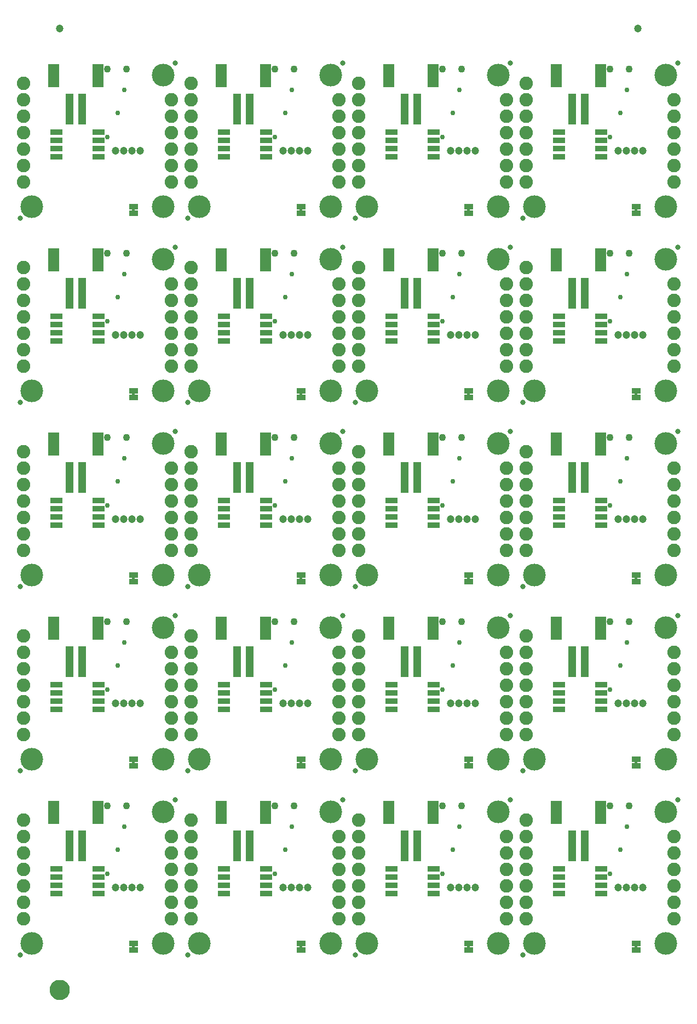
<source format=gbs>
G75*
%MOIN*%
%OFA0B0*%
%FSLAX25Y25*%
%IPPOS*%
%LPD*%
%AMOC8*
5,1,8,0,0,1.08239X$1,22.5*
%
%ADD10C,0.08200*%
%ADD11C,0.13800*%
%ADD12R,0.07500X0.03200*%
%ADD13C,0.04343*%
%ADD14C,0.03000*%
%ADD15C,0.03300*%
%ADD16C,0.04737*%
%ADD17R,0.05800X0.03300*%
%ADD18C,0.00500*%
%ADD19R,0.04737X0.18910*%
%ADD20R,0.07099X0.14186*%
%ADD21C,0.05000*%
%ADD22C,0.06706*%
D10*
X0033500Y0063750D03*
X0033500Y0073750D03*
X0033500Y0083750D03*
X0033500Y0093750D03*
X0033500Y0103750D03*
X0033500Y0113750D03*
X0033500Y0123750D03*
X0033500Y0175750D03*
X0033500Y0185750D03*
X0033500Y0195750D03*
X0033500Y0205750D03*
X0033500Y0215750D03*
X0033500Y0225750D03*
X0033500Y0235750D03*
X0033500Y0287750D03*
X0033500Y0297750D03*
X0033500Y0307750D03*
X0033500Y0317750D03*
X0033500Y0327750D03*
X0033500Y0337750D03*
X0033500Y0347750D03*
X0033500Y0399750D03*
X0033500Y0409750D03*
X0033500Y0419750D03*
X0033500Y0429750D03*
X0033500Y0439750D03*
X0033500Y0449750D03*
X0033500Y0459750D03*
X0033500Y0511750D03*
X0033500Y0521750D03*
X0033500Y0531750D03*
X0033500Y0541750D03*
X0033500Y0551750D03*
X0033500Y0561750D03*
X0033500Y0571750D03*
X0123500Y0561750D03*
X0123500Y0551750D03*
X0123500Y0541750D03*
X0123500Y0531750D03*
X0123500Y0521750D03*
X0123500Y0511750D03*
X0135500Y0511750D03*
X0135500Y0521750D03*
X0135500Y0531750D03*
X0135500Y0541750D03*
X0135500Y0551750D03*
X0135500Y0561750D03*
X0135500Y0571750D03*
X0135500Y0459750D03*
X0135500Y0449750D03*
X0135500Y0439750D03*
X0135500Y0429750D03*
X0135500Y0419750D03*
X0135500Y0409750D03*
X0135500Y0399750D03*
X0123500Y0399750D03*
X0123500Y0409750D03*
X0123500Y0419750D03*
X0123500Y0429750D03*
X0123500Y0439750D03*
X0123500Y0449750D03*
X0135500Y0347750D03*
X0135500Y0337750D03*
X0135500Y0327750D03*
X0135500Y0317750D03*
X0135500Y0307750D03*
X0135500Y0297750D03*
X0135500Y0287750D03*
X0123500Y0287750D03*
X0123500Y0297750D03*
X0123500Y0307750D03*
X0123500Y0317750D03*
X0123500Y0327750D03*
X0123500Y0337750D03*
X0135500Y0235750D03*
X0135500Y0225750D03*
X0135500Y0215750D03*
X0135500Y0205750D03*
X0135500Y0195750D03*
X0135500Y0185750D03*
X0135500Y0175750D03*
X0123500Y0175750D03*
X0123500Y0185750D03*
X0123500Y0195750D03*
X0123500Y0205750D03*
X0123500Y0215750D03*
X0123500Y0225750D03*
X0135500Y0123750D03*
X0135500Y0113750D03*
X0135500Y0103750D03*
X0135500Y0093750D03*
X0135500Y0083750D03*
X0135500Y0073750D03*
X0135500Y0063750D03*
X0123500Y0063750D03*
X0123500Y0073750D03*
X0123500Y0083750D03*
X0123500Y0093750D03*
X0123500Y0103750D03*
X0123500Y0113750D03*
X0225500Y0113750D03*
X0225500Y0103750D03*
X0225500Y0093750D03*
X0225500Y0083750D03*
X0225500Y0073750D03*
X0225500Y0063750D03*
X0237500Y0063750D03*
X0237500Y0073750D03*
X0237500Y0083750D03*
X0237500Y0093750D03*
X0237500Y0103750D03*
X0237500Y0113750D03*
X0237500Y0123750D03*
X0237500Y0175750D03*
X0237500Y0185750D03*
X0237500Y0195750D03*
X0237500Y0205750D03*
X0237500Y0215750D03*
X0237500Y0225750D03*
X0237500Y0235750D03*
X0225500Y0225750D03*
X0225500Y0215750D03*
X0225500Y0205750D03*
X0225500Y0195750D03*
X0225500Y0185750D03*
X0225500Y0175750D03*
X0225500Y0287750D03*
X0225500Y0297750D03*
X0225500Y0307750D03*
X0225500Y0317750D03*
X0225500Y0327750D03*
X0225500Y0337750D03*
X0237500Y0337750D03*
X0237500Y0327750D03*
X0237500Y0317750D03*
X0237500Y0307750D03*
X0237500Y0297750D03*
X0237500Y0287750D03*
X0237500Y0347750D03*
X0237500Y0399750D03*
X0237500Y0409750D03*
X0237500Y0419750D03*
X0237500Y0429750D03*
X0237500Y0439750D03*
X0237500Y0449750D03*
X0237500Y0459750D03*
X0225500Y0449750D03*
X0225500Y0439750D03*
X0225500Y0429750D03*
X0225500Y0419750D03*
X0225500Y0409750D03*
X0225500Y0399750D03*
X0225500Y0511750D03*
X0225500Y0521750D03*
X0225500Y0531750D03*
X0225500Y0541750D03*
X0225500Y0551750D03*
X0225500Y0561750D03*
X0237500Y0561750D03*
X0237500Y0571750D03*
X0237500Y0551750D03*
X0237500Y0541750D03*
X0237500Y0531750D03*
X0237500Y0521750D03*
X0237500Y0511750D03*
X0327500Y0511750D03*
X0327500Y0521750D03*
X0327500Y0531750D03*
X0327500Y0541750D03*
X0327500Y0551750D03*
X0327500Y0561750D03*
X0339500Y0561750D03*
X0339500Y0571750D03*
X0339500Y0551750D03*
X0339500Y0541750D03*
X0339500Y0531750D03*
X0339500Y0521750D03*
X0339500Y0511750D03*
X0339500Y0459750D03*
X0339500Y0449750D03*
X0339500Y0439750D03*
X0339500Y0429750D03*
X0339500Y0419750D03*
X0339500Y0409750D03*
X0339500Y0399750D03*
X0327500Y0399750D03*
X0327500Y0409750D03*
X0327500Y0419750D03*
X0327500Y0429750D03*
X0327500Y0439750D03*
X0327500Y0449750D03*
X0339500Y0347750D03*
X0339500Y0337750D03*
X0339500Y0327750D03*
X0339500Y0317750D03*
X0339500Y0307750D03*
X0339500Y0297750D03*
X0339500Y0287750D03*
X0327500Y0287750D03*
X0327500Y0297750D03*
X0327500Y0307750D03*
X0327500Y0317750D03*
X0327500Y0327750D03*
X0327500Y0337750D03*
X0339500Y0235750D03*
X0339500Y0225750D03*
X0339500Y0215750D03*
X0339500Y0205750D03*
X0339500Y0195750D03*
X0339500Y0185750D03*
X0339500Y0175750D03*
X0327500Y0175750D03*
X0327500Y0185750D03*
X0327500Y0195750D03*
X0327500Y0205750D03*
X0327500Y0215750D03*
X0327500Y0225750D03*
X0339500Y0123750D03*
X0339500Y0113750D03*
X0339500Y0103750D03*
X0339500Y0093750D03*
X0339500Y0083750D03*
X0339500Y0073750D03*
X0339500Y0063750D03*
X0327500Y0063750D03*
X0327500Y0073750D03*
X0327500Y0083750D03*
X0327500Y0093750D03*
X0327500Y0103750D03*
X0327500Y0113750D03*
X0429500Y0113750D03*
X0429500Y0103750D03*
X0429500Y0093750D03*
X0429500Y0083750D03*
X0429500Y0073750D03*
X0429500Y0063750D03*
X0429500Y0175750D03*
X0429500Y0185750D03*
X0429500Y0195750D03*
X0429500Y0205750D03*
X0429500Y0215750D03*
X0429500Y0225750D03*
X0429500Y0287750D03*
X0429500Y0297750D03*
X0429500Y0307750D03*
X0429500Y0317750D03*
X0429500Y0327750D03*
X0429500Y0337750D03*
X0429500Y0399750D03*
X0429500Y0409750D03*
X0429500Y0419750D03*
X0429500Y0429750D03*
X0429500Y0439750D03*
X0429500Y0449750D03*
X0429500Y0511750D03*
X0429500Y0521750D03*
X0429500Y0531750D03*
X0429500Y0541750D03*
X0429500Y0551750D03*
X0429500Y0561750D03*
D11*
X0424500Y0576750D03*
X0424500Y0496750D03*
X0424500Y0464750D03*
X0424500Y0384750D03*
X0424500Y0352750D03*
X0424500Y0272750D03*
X0424500Y0240750D03*
X0424500Y0160750D03*
X0424500Y0128750D03*
X0424500Y0048750D03*
X0344500Y0048750D03*
X0322500Y0048750D03*
X0322500Y0128750D03*
X0322500Y0160750D03*
X0344500Y0160750D03*
X0322500Y0240750D03*
X0322500Y0272750D03*
X0344500Y0272750D03*
X0322500Y0352750D03*
X0322500Y0384750D03*
X0344500Y0384750D03*
X0322500Y0464750D03*
X0322500Y0496750D03*
X0344500Y0496750D03*
X0322500Y0576750D03*
X0242500Y0496750D03*
X0220500Y0496750D03*
X0220500Y0464750D03*
X0220500Y0384750D03*
X0220500Y0352750D03*
X0242500Y0384750D03*
X0242500Y0272750D03*
X0220500Y0272750D03*
X0220500Y0240750D03*
X0220500Y0160750D03*
X0242500Y0160750D03*
X0220500Y0128750D03*
X0220500Y0048750D03*
X0242500Y0048750D03*
X0140500Y0048750D03*
X0118500Y0048750D03*
X0118500Y0128750D03*
X0118500Y0160750D03*
X0140500Y0160750D03*
X0118500Y0240750D03*
X0118500Y0272750D03*
X0140500Y0272750D03*
X0118500Y0352750D03*
X0118500Y0384750D03*
X0140500Y0384750D03*
X0118500Y0464750D03*
X0118500Y0496750D03*
X0140500Y0496750D03*
X0118500Y0576750D03*
X0038500Y0496750D03*
X0038500Y0384750D03*
X0038500Y0272750D03*
X0038500Y0160750D03*
X0038500Y0048750D03*
X0220500Y0576750D03*
D12*
X0257700Y0541950D03*
X0257700Y0536950D03*
X0257700Y0531950D03*
X0257700Y0526950D03*
X0283300Y0526950D03*
X0283300Y0531950D03*
X0283300Y0536950D03*
X0283300Y0541950D03*
X0359700Y0541950D03*
X0359700Y0536950D03*
X0359700Y0531950D03*
X0359700Y0526950D03*
X0385300Y0526950D03*
X0385300Y0531950D03*
X0385300Y0536950D03*
X0385300Y0541950D03*
X0385300Y0429950D03*
X0385300Y0424950D03*
X0385300Y0419950D03*
X0385300Y0414950D03*
X0359700Y0414950D03*
X0359700Y0419950D03*
X0359700Y0424950D03*
X0359700Y0429950D03*
X0283300Y0429950D03*
X0283300Y0424950D03*
X0283300Y0419950D03*
X0283300Y0414950D03*
X0257700Y0414950D03*
X0257700Y0419950D03*
X0257700Y0424950D03*
X0257700Y0429950D03*
X0181300Y0429950D03*
X0181300Y0424950D03*
X0181300Y0419950D03*
X0181300Y0414950D03*
X0155700Y0414950D03*
X0155700Y0419950D03*
X0155700Y0424950D03*
X0155700Y0429950D03*
X0155700Y0526950D03*
X0155700Y0531950D03*
X0155700Y0536950D03*
X0155700Y0541950D03*
X0181300Y0541950D03*
X0181300Y0536950D03*
X0181300Y0531950D03*
X0181300Y0526950D03*
X0079300Y0526950D03*
X0079300Y0531950D03*
X0079300Y0536950D03*
X0079300Y0541950D03*
X0053700Y0541950D03*
X0053700Y0536950D03*
X0053700Y0531950D03*
X0053700Y0526950D03*
X0053700Y0429950D03*
X0053700Y0424950D03*
X0053700Y0419950D03*
X0053700Y0414950D03*
X0079300Y0414950D03*
X0079300Y0419950D03*
X0079300Y0424950D03*
X0079300Y0429950D03*
X0079300Y0317950D03*
X0079300Y0312950D03*
X0079300Y0307950D03*
X0079300Y0302950D03*
X0053700Y0302950D03*
X0053700Y0307950D03*
X0053700Y0312950D03*
X0053700Y0317950D03*
X0053700Y0205950D03*
X0053700Y0200950D03*
X0053700Y0195950D03*
X0053700Y0190950D03*
X0079300Y0190950D03*
X0079300Y0195950D03*
X0079300Y0200950D03*
X0079300Y0205950D03*
X0155700Y0205950D03*
X0155700Y0200950D03*
X0155700Y0195950D03*
X0155700Y0190950D03*
X0181300Y0190950D03*
X0181300Y0195950D03*
X0181300Y0200950D03*
X0181300Y0205950D03*
X0181300Y0302950D03*
X0181300Y0307950D03*
X0181300Y0312950D03*
X0181300Y0317950D03*
X0155700Y0317950D03*
X0155700Y0312950D03*
X0155700Y0307950D03*
X0155700Y0302950D03*
X0257700Y0302950D03*
X0257700Y0307950D03*
X0257700Y0312950D03*
X0257700Y0317950D03*
X0283300Y0317950D03*
X0283300Y0312950D03*
X0283300Y0307950D03*
X0283300Y0302950D03*
X0283300Y0205950D03*
X0283300Y0200950D03*
X0283300Y0195950D03*
X0283300Y0190950D03*
X0257700Y0190950D03*
X0257700Y0195950D03*
X0257700Y0200950D03*
X0257700Y0205950D03*
X0257700Y0093950D03*
X0257700Y0088950D03*
X0257700Y0083950D03*
X0257700Y0078950D03*
X0283300Y0078950D03*
X0283300Y0083950D03*
X0283300Y0088950D03*
X0283300Y0093950D03*
X0359700Y0093950D03*
X0359700Y0088950D03*
X0359700Y0083950D03*
X0359700Y0078950D03*
X0385300Y0078950D03*
X0385300Y0083950D03*
X0385300Y0088950D03*
X0385300Y0093950D03*
X0385300Y0190950D03*
X0385300Y0195950D03*
X0385300Y0200950D03*
X0385300Y0205950D03*
X0359700Y0205950D03*
X0359700Y0200950D03*
X0359700Y0195950D03*
X0359700Y0190950D03*
X0359700Y0302950D03*
X0359700Y0307950D03*
X0359700Y0312950D03*
X0359700Y0317950D03*
X0385300Y0317950D03*
X0385300Y0312950D03*
X0385300Y0307950D03*
X0385300Y0302950D03*
X0181300Y0093950D03*
X0181300Y0088950D03*
X0181300Y0083950D03*
X0181300Y0078950D03*
X0155700Y0078950D03*
X0155700Y0083950D03*
X0155700Y0088950D03*
X0155700Y0093950D03*
X0079300Y0093950D03*
X0079300Y0088950D03*
X0079300Y0083950D03*
X0079300Y0078950D03*
X0053700Y0078950D03*
X0053700Y0083950D03*
X0053700Y0088950D03*
X0053700Y0093950D03*
D13*
X0084594Y0132150D03*
X0096406Y0132150D03*
X0096406Y0244150D03*
X0084594Y0244150D03*
X0084594Y0356150D03*
X0096406Y0356150D03*
X0096406Y0468150D03*
X0084594Y0468150D03*
X0084594Y0580150D03*
X0096406Y0580150D03*
X0186594Y0580150D03*
X0198406Y0580150D03*
X0198406Y0468150D03*
X0186594Y0468150D03*
X0186594Y0356150D03*
X0198406Y0356150D03*
X0198406Y0244150D03*
X0186594Y0244150D03*
X0186594Y0132150D03*
X0198406Y0132150D03*
X0288594Y0132150D03*
X0300406Y0132150D03*
X0300406Y0244150D03*
X0288594Y0244150D03*
X0288594Y0356150D03*
X0300406Y0356150D03*
X0300406Y0468150D03*
X0288594Y0468150D03*
X0288594Y0580150D03*
X0300406Y0580150D03*
X0390594Y0580150D03*
X0402406Y0580150D03*
X0402406Y0468150D03*
X0390594Y0468150D03*
X0390594Y0356150D03*
X0402406Y0356150D03*
X0402406Y0244150D03*
X0390594Y0244150D03*
X0390594Y0132150D03*
X0402406Y0132150D03*
D14*
X0400800Y0119450D03*
X0396800Y0105450D03*
X0390700Y0090850D03*
X0390700Y0202850D03*
X0396800Y0217450D03*
X0400800Y0231450D03*
X0390700Y0314850D03*
X0396800Y0329450D03*
X0400800Y0343450D03*
X0390700Y0426850D03*
X0396800Y0441450D03*
X0400800Y0455450D03*
X0390700Y0538850D03*
X0396800Y0553450D03*
X0400800Y0567450D03*
X0298800Y0567450D03*
X0294800Y0553450D03*
X0288700Y0538850D03*
X0298800Y0455450D03*
X0294800Y0441450D03*
X0288700Y0426850D03*
X0298800Y0343450D03*
X0294800Y0329450D03*
X0288700Y0314850D03*
X0298800Y0231450D03*
X0294800Y0217450D03*
X0288700Y0202850D03*
X0298800Y0119450D03*
X0294800Y0105450D03*
X0288700Y0090850D03*
X0196800Y0119450D03*
X0192800Y0105450D03*
X0186700Y0090850D03*
X0186700Y0202850D03*
X0192800Y0217450D03*
X0196800Y0231450D03*
X0186700Y0314850D03*
X0192800Y0329450D03*
X0196800Y0343450D03*
X0186700Y0426850D03*
X0192800Y0441450D03*
X0196800Y0455450D03*
X0186700Y0538850D03*
X0192800Y0553450D03*
X0196800Y0567450D03*
X0094800Y0567450D03*
X0090800Y0553450D03*
X0084700Y0538850D03*
X0094800Y0455450D03*
X0090800Y0441450D03*
X0084700Y0426850D03*
X0094800Y0343450D03*
X0090800Y0329450D03*
X0084700Y0314850D03*
X0094800Y0231450D03*
X0090800Y0217450D03*
X0084700Y0202850D03*
X0094800Y0119450D03*
X0090800Y0105450D03*
X0084700Y0090850D03*
D15*
X0031500Y0041750D03*
X0031500Y0153750D03*
X0031500Y0265750D03*
X0031500Y0377750D03*
X0031500Y0489750D03*
X0125800Y0472050D03*
X0133500Y0489750D03*
X0125800Y0584050D03*
X0227800Y0584050D03*
X0235500Y0489750D03*
X0227800Y0472050D03*
X0235500Y0377750D03*
X0227800Y0360050D03*
X0235500Y0265750D03*
X0227800Y0248050D03*
X0235500Y0153750D03*
X0227800Y0136050D03*
X0235500Y0041750D03*
X0329800Y0136050D03*
X0337500Y0153750D03*
X0329800Y0248050D03*
X0337500Y0265750D03*
X0329800Y0360050D03*
X0337500Y0377750D03*
X0329800Y0472050D03*
X0337500Y0489750D03*
X0329800Y0584050D03*
X0431800Y0584050D03*
X0431800Y0472050D03*
X0431800Y0360050D03*
X0431800Y0248050D03*
X0431800Y0136050D03*
X0337500Y0041750D03*
X0133500Y0041750D03*
X0125800Y0136050D03*
X0133500Y0153750D03*
X0125800Y0248050D03*
X0133500Y0265750D03*
X0125800Y0360050D03*
X0133500Y0377750D03*
D16*
X0104500Y0418750D03*
X0099500Y0418750D03*
X0094500Y0418750D03*
X0089500Y0418750D03*
X0089500Y0306750D03*
X0094500Y0306750D03*
X0099500Y0306750D03*
X0104500Y0306750D03*
X0104500Y0194750D03*
X0099500Y0194750D03*
X0094500Y0194750D03*
X0089500Y0194750D03*
X0089500Y0082750D03*
X0094500Y0082750D03*
X0099500Y0082750D03*
X0104500Y0082750D03*
X0191500Y0082750D03*
X0196500Y0082750D03*
X0201500Y0082750D03*
X0206500Y0082750D03*
X0206500Y0194750D03*
X0201500Y0194750D03*
X0196500Y0194750D03*
X0191500Y0194750D03*
X0191500Y0306750D03*
X0196500Y0306750D03*
X0201500Y0306750D03*
X0206500Y0306750D03*
X0206500Y0418750D03*
X0201500Y0418750D03*
X0196500Y0418750D03*
X0191500Y0418750D03*
X0191500Y0530750D03*
X0196500Y0530750D03*
X0201500Y0530750D03*
X0206500Y0530750D03*
X0293500Y0530750D03*
X0298500Y0530750D03*
X0303500Y0530750D03*
X0308500Y0530750D03*
X0308500Y0418750D03*
X0303500Y0418750D03*
X0298500Y0418750D03*
X0293500Y0418750D03*
X0293500Y0306750D03*
X0298500Y0306750D03*
X0303500Y0306750D03*
X0308500Y0306750D03*
X0308500Y0194750D03*
X0303500Y0194750D03*
X0298500Y0194750D03*
X0293500Y0194750D03*
X0293500Y0082750D03*
X0298500Y0082750D03*
X0303500Y0082750D03*
X0308500Y0082750D03*
X0395500Y0082750D03*
X0400500Y0082750D03*
X0405500Y0082750D03*
X0410500Y0082750D03*
X0410500Y0194750D03*
X0405500Y0194750D03*
X0400500Y0194750D03*
X0395500Y0194750D03*
X0395500Y0306750D03*
X0400500Y0306750D03*
X0405500Y0306750D03*
X0410500Y0306750D03*
X0410500Y0418750D03*
X0405500Y0418750D03*
X0400500Y0418750D03*
X0395500Y0418750D03*
X0395500Y0530750D03*
X0400500Y0530750D03*
X0405500Y0530750D03*
X0410500Y0530750D03*
X0407500Y0605000D03*
X0104500Y0530750D03*
X0099500Y0530750D03*
X0094500Y0530750D03*
X0089500Y0530750D03*
X0055500Y0605000D03*
D17*
X0100500Y0496750D03*
X0100500Y0492750D03*
X0100500Y0384750D03*
X0100500Y0380750D03*
X0100500Y0272750D03*
X0100500Y0268750D03*
X0100500Y0160750D03*
X0100500Y0156750D03*
X0100500Y0048750D03*
X0100500Y0044750D03*
X0202500Y0044750D03*
X0202500Y0048750D03*
X0202500Y0156750D03*
X0202500Y0160750D03*
X0202500Y0268750D03*
X0202500Y0272750D03*
X0202500Y0380750D03*
X0202500Y0384750D03*
X0202500Y0492750D03*
X0202500Y0496750D03*
X0304500Y0496750D03*
X0304500Y0492750D03*
X0304500Y0384750D03*
X0304500Y0380750D03*
X0304500Y0272750D03*
X0304500Y0268750D03*
X0304500Y0160750D03*
X0304500Y0156750D03*
X0304500Y0048750D03*
X0304500Y0044750D03*
X0406500Y0044750D03*
X0406500Y0048750D03*
X0406500Y0156750D03*
X0406500Y0160750D03*
X0406500Y0268750D03*
X0406500Y0272750D03*
X0406500Y0380750D03*
X0406500Y0384750D03*
X0406500Y0492750D03*
X0406500Y0496750D03*
D18*
X0406000Y0495500D02*
X0406000Y0494000D01*
X0407000Y0494000D01*
X0407000Y0495500D01*
X0406000Y0495500D01*
X0406000Y0495386D02*
X0407000Y0495386D01*
X0407000Y0494888D02*
X0406000Y0494888D01*
X0406000Y0494389D02*
X0407000Y0494389D01*
X0407000Y0383500D02*
X0406000Y0383500D01*
X0406000Y0382000D01*
X0407000Y0382000D01*
X0407000Y0383500D01*
X0407000Y0383221D02*
X0406000Y0383221D01*
X0406000Y0382723D02*
X0407000Y0382723D01*
X0407000Y0382224D02*
X0406000Y0382224D01*
X0406000Y0271500D02*
X0406000Y0270000D01*
X0407000Y0270000D01*
X0407000Y0271500D01*
X0406000Y0271500D01*
X0406000Y0271056D02*
X0407000Y0271056D01*
X0407000Y0270558D02*
X0406000Y0270558D01*
X0406000Y0270059D02*
X0407000Y0270059D01*
X0407000Y0159500D02*
X0406000Y0159500D01*
X0406000Y0158000D01*
X0407000Y0158000D01*
X0407000Y0159500D01*
X0407000Y0159390D02*
X0406000Y0159390D01*
X0406000Y0158891D02*
X0407000Y0158891D01*
X0407000Y0158393D02*
X0406000Y0158393D01*
X0406000Y0047500D02*
X0406000Y0046000D01*
X0407000Y0046000D01*
X0407000Y0047500D01*
X0406000Y0047500D01*
X0406000Y0047225D02*
X0407000Y0047225D01*
X0407000Y0046726D02*
X0406000Y0046726D01*
X0406000Y0046228D02*
X0407000Y0046228D01*
X0305000Y0046228D02*
X0304000Y0046228D01*
X0304000Y0046000D02*
X0305000Y0046000D01*
X0305000Y0047500D01*
X0304000Y0047500D01*
X0304000Y0046000D01*
X0304000Y0046726D02*
X0305000Y0046726D01*
X0305000Y0047225D02*
X0304000Y0047225D01*
X0304000Y0158000D02*
X0305000Y0158000D01*
X0305000Y0159500D01*
X0304000Y0159500D01*
X0304000Y0158000D01*
X0304000Y0158393D02*
X0305000Y0158393D01*
X0305000Y0158891D02*
X0304000Y0158891D01*
X0304000Y0159390D02*
X0305000Y0159390D01*
X0305000Y0270000D02*
X0304000Y0270000D01*
X0304000Y0271500D01*
X0305000Y0271500D01*
X0305000Y0270000D01*
X0305000Y0270059D02*
X0304000Y0270059D01*
X0304000Y0270558D02*
X0305000Y0270558D01*
X0305000Y0271056D02*
X0304000Y0271056D01*
X0304000Y0382000D02*
X0305000Y0382000D01*
X0305000Y0383500D01*
X0304000Y0383500D01*
X0304000Y0382000D01*
X0304000Y0382224D02*
X0305000Y0382224D01*
X0305000Y0382723D02*
X0304000Y0382723D01*
X0304000Y0383221D02*
X0305000Y0383221D01*
X0305000Y0494000D02*
X0304000Y0494000D01*
X0304000Y0495500D01*
X0305000Y0495500D01*
X0305000Y0494000D01*
X0305000Y0494389D02*
X0304000Y0494389D01*
X0304000Y0494888D02*
X0305000Y0494888D01*
X0305000Y0495386D02*
X0304000Y0495386D01*
X0203000Y0495386D02*
X0202000Y0495386D01*
X0202000Y0495500D02*
X0202000Y0494000D01*
X0203000Y0494000D01*
X0203000Y0495500D01*
X0202000Y0495500D01*
X0202000Y0494888D02*
X0203000Y0494888D01*
X0203000Y0494389D02*
X0202000Y0494389D01*
X0202000Y0383500D02*
X0202000Y0382000D01*
X0203000Y0382000D01*
X0203000Y0383500D01*
X0202000Y0383500D01*
X0202000Y0383221D02*
X0203000Y0383221D01*
X0203000Y0382723D02*
X0202000Y0382723D01*
X0202000Y0382224D02*
X0203000Y0382224D01*
X0203000Y0271500D02*
X0202000Y0271500D01*
X0202000Y0270000D01*
X0203000Y0270000D01*
X0203000Y0271500D01*
X0203000Y0271056D02*
X0202000Y0271056D01*
X0202000Y0270558D02*
X0203000Y0270558D01*
X0203000Y0270059D02*
X0202000Y0270059D01*
X0202000Y0159500D02*
X0202000Y0158000D01*
X0203000Y0158000D01*
X0203000Y0159500D01*
X0202000Y0159500D01*
X0202000Y0159390D02*
X0203000Y0159390D01*
X0203000Y0158891D02*
X0202000Y0158891D01*
X0202000Y0158393D02*
X0203000Y0158393D01*
X0203000Y0047500D02*
X0202000Y0047500D01*
X0202000Y0046000D01*
X0203000Y0046000D01*
X0203000Y0047500D01*
X0203000Y0047225D02*
X0202000Y0047225D01*
X0202000Y0046726D02*
X0203000Y0046726D01*
X0203000Y0046228D02*
X0202000Y0046228D01*
X0101000Y0046228D02*
X0100000Y0046228D01*
X0100000Y0046000D02*
X0101000Y0046000D01*
X0101000Y0047500D01*
X0100000Y0047500D01*
X0100000Y0046000D01*
X0100000Y0046726D02*
X0101000Y0046726D01*
X0101000Y0047225D02*
X0100000Y0047225D01*
X0100000Y0158000D02*
X0101000Y0158000D01*
X0101000Y0159500D01*
X0100000Y0159500D01*
X0100000Y0158000D01*
X0100000Y0158393D02*
X0101000Y0158393D01*
X0101000Y0158891D02*
X0100000Y0158891D01*
X0100000Y0159390D02*
X0101000Y0159390D01*
X0101000Y0270000D02*
X0100000Y0270000D01*
X0100000Y0271500D01*
X0101000Y0271500D01*
X0101000Y0270000D01*
X0101000Y0270059D02*
X0100000Y0270059D01*
X0100000Y0270558D02*
X0101000Y0270558D01*
X0101000Y0271056D02*
X0100000Y0271056D01*
X0100000Y0382000D02*
X0101000Y0382000D01*
X0101000Y0383500D01*
X0100000Y0383500D01*
X0100000Y0382000D01*
X0100000Y0382224D02*
X0101000Y0382224D01*
X0101000Y0382723D02*
X0100000Y0382723D01*
X0100000Y0383221D02*
X0101000Y0383221D01*
X0101000Y0494000D02*
X0100000Y0494000D01*
X0100000Y0495500D01*
X0101000Y0495500D01*
X0101000Y0494000D01*
X0101000Y0494389D02*
X0100000Y0494389D01*
X0100000Y0494888D02*
X0101000Y0494888D01*
X0101000Y0495386D02*
X0100000Y0495386D01*
D19*
X0069437Y0443883D03*
X0061563Y0443883D03*
X0061563Y0331883D03*
X0069437Y0331883D03*
X0069437Y0219883D03*
X0061563Y0219883D03*
X0061563Y0107883D03*
X0069437Y0107883D03*
X0163563Y0107883D03*
X0171437Y0107883D03*
X0171437Y0219883D03*
X0163563Y0219883D03*
X0163563Y0331883D03*
X0171437Y0331883D03*
X0171437Y0443883D03*
X0163563Y0443883D03*
X0163563Y0555883D03*
X0171437Y0555883D03*
X0265563Y0555883D03*
X0273437Y0555883D03*
X0273437Y0443883D03*
X0265563Y0443883D03*
X0265563Y0331883D03*
X0273437Y0331883D03*
X0273437Y0219883D03*
X0265563Y0219883D03*
X0265563Y0107883D03*
X0273437Y0107883D03*
X0367563Y0107883D03*
X0375437Y0107883D03*
X0375437Y0219883D03*
X0367563Y0219883D03*
X0367563Y0331883D03*
X0375437Y0331883D03*
X0375437Y0443883D03*
X0367563Y0443883D03*
X0367563Y0555883D03*
X0375437Y0555883D03*
X0069437Y0555883D03*
X0061563Y0555883D03*
D20*
X0052114Y0576356D03*
X0078886Y0576356D03*
X0154114Y0576356D03*
X0180886Y0576356D03*
X0256114Y0576356D03*
X0282886Y0576356D03*
X0358114Y0576356D03*
X0384886Y0576356D03*
X0384886Y0464356D03*
X0358114Y0464356D03*
X0282886Y0464356D03*
X0256114Y0464356D03*
X0180886Y0464356D03*
X0154114Y0464356D03*
X0078886Y0464356D03*
X0052114Y0464356D03*
X0052114Y0352356D03*
X0078886Y0352356D03*
X0154114Y0352356D03*
X0180886Y0352356D03*
X0256114Y0352356D03*
X0282886Y0352356D03*
X0358114Y0352356D03*
X0384886Y0352356D03*
X0384886Y0240356D03*
X0358114Y0240356D03*
X0282886Y0240356D03*
X0256114Y0240356D03*
X0180886Y0240356D03*
X0154114Y0240356D03*
X0078886Y0240356D03*
X0052114Y0240356D03*
X0052114Y0128356D03*
X0078886Y0128356D03*
X0154114Y0128356D03*
X0180886Y0128356D03*
X0256114Y0128356D03*
X0282886Y0128356D03*
X0358114Y0128356D03*
X0384886Y0128356D03*
D21*
X0051935Y0020500D02*
X0051937Y0020619D01*
X0051943Y0020738D01*
X0051953Y0020857D01*
X0051967Y0020975D01*
X0051985Y0021093D01*
X0052006Y0021210D01*
X0052032Y0021326D01*
X0052062Y0021442D01*
X0052095Y0021556D01*
X0052132Y0021669D01*
X0052173Y0021781D01*
X0052218Y0021892D01*
X0052266Y0022001D01*
X0052318Y0022108D01*
X0052374Y0022213D01*
X0052433Y0022317D01*
X0052495Y0022418D01*
X0052561Y0022518D01*
X0052630Y0022615D01*
X0052702Y0022709D01*
X0052778Y0022802D01*
X0052856Y0022891D01*
X0052937Y0022978D01*
X0053022Y0023063D01*
X0053109Y0023144D01*
X0053198Y0023222D01*
X0053291Y0023298D01*
X0053385Y0023370D01*
X0053482Y0023439D01*
X0053582Y0023505D01*
X0053683Y0023567D01*
X0053787Y0023626D01*
X0053892Y0023682D01*
X0053999Y0023734D01*
X0054108Y0023782D01*
X0054219Y0023827D01*
X0054331Y0023868D01*
X0054444Y0023905D01*
X0054558Y0023938D01*
X0054674Y0023968D01*
X0054790Y0023994D01*
X0054907Y0024015D01*
X0055025Y0024033D01*
X0055143Y0024047D01*
X0055262Y0024057D01*
X0055381Y0024063D01*
X0055500Y0024065D01*
X0055619Y0024063D01*
X0055738Y0024057D01*
X0055857Y0024047D01*
X0055975Y0024033D01*
X0056093Y0024015D01*
X0056210Y0023994D01*
X0056326Y0023968D01*
X0056442Y0023938D01*
X0056556Y0023905D01*
X0056669Y0023868D01*
X0056781Y0023827D01*
X0056892Y0023782D01*
X0057001Y0023734D01*
X0057108Y0023682D01*
X0057213Y0023626D01*
X0057317Y0023567D01*
X0057418Y0023505D01*
X0057518Y0023439D01*
X0057615Y0023370D01*
X0057709Y0023298D01*
X0057802Y0023222D01*
X0057891Y0023144D01*
X0057978Y0023063D01*
X0058063Y0022978D01*
X0058144Y0022891D01*
X0058222Y0022802D01*
X0058298Y0022709D01*
X0058370Y0022615D01*
X0058439Y0022518D01*
X0058505Y0022418D01*
X0058567Y0022317D01*
X0058626Y0022213D01*
X0058682Y0022108D01*
X0058734Y0022001D01*
X0058782Y0021892D01*
X0058827Y0021781D01*
X0058868Y0021669D01*
X0058905Y0021556D01*
X0058938Y0021442D01*
X0058968Y0021326D01*
X0058994Y0021210D01*
X0059015Y0021093D01*
X0059033Y0020975D01*
X0059047Y0020857D01*
X0059057Y0020738D01*
X0059063Y0020619D01*
X0059065Y0020500D01*
X0059063Y0020381D01*
X0059057Y0020262D01*
X0059047Y0020143D01*
X0059033Y0020025D01*
X0059015Y0019907D01*
X0058994Y0019790D01*
X0058968Y0019674D01*
X0058938Y0019558D01*
X0058905Y0019444D01*
X0058868Y0019331D01*
X0058827Y0019219D01*
X0058782Y0019108D01*
X0058734Y0018999D01*
X0058682Y0018892D01*
X0058626Y0018787D01*
X0058567Y0018683D01*
X0058505Y0018582D01*
X0058439Y0018482D01*
X0058370Y0018385D01*
X0058298Y0018291D01*
X0058222Y0018198D01*
X0058144Y0018109D01*
X0058063Y0018022D01*
X0057978Y0017937D01*
X0057891Y0017856D01*
X0057802Y0017778D01*
X0057709Y0017702D01*
X0057615Y0017630D01*
X0057518Y0017561D01*
X0057418Y0017495D01*
X0057317Y0017433D01*
X0057213Y0017374D01*
X0057108Y0017318D01*
X0057001Y0017266D01*
X0056892Y0017218D01*
X0056781Y0017173D01*
X0056669Y0017132D01*
X0056556Y0017095D01*
X0056442Y0017062D01*
X0056326Y0017032D01*
X0056210Y0017006D01*
X0056093Y0016985D01*
X0055975Y0016967D01*
X0055857Y0016953D01*
X0055738Y0016943D01*
X0055619Y0016937D01*
X0055500Y0016935D01*
X0055381Y0016937D01*
X0055262Y0016943D01*
X0055143Y0016953D01*
X0055025Y0016967D01*
X0054907Y0016985D01*
X0054790Y0017006D01*
X0054674Y0017032D01*
X0054558Y0017062D01*
X0054444Y0017095D01*
X0054331Y0017132D01*
X0054219Y0017173D01*
X0054108Y0017218D01*
X0053999Y0017266D01*
X0053892Y0017318D01*
X0053787Y0017374D01*
X0053683Y0017433D01*
X0053582Y0017495D01*
X0053482Y0017561D01*
X0053385Y0017630D01*
X0053291Y0017702D01*
X0053198Y0017778D01*
X0053109Y0017856D01*
X0053022Y0017937D01*
X0052937Y0018022D01*
X0052856Y0018109D01*
X0052778Y0018198D01*
X0052702Y0018291D01*
X0052630Y0018385D01*
X0052561Y0018482D01*
X0052495Y0018582D01*
X0052433Y0018683D01*
X0052374Y0018787D01*
X0052318Y0018892D01*
X0052266Y0018999D01*
X0052218Y0019108D01*
X0052173Y0019219D01*
X0052132Y0019331D01*
X0052095Y0019444D01*
X0052062Y0019558D01*
X0052032Y0019674D01*
X0052006Y0019790D01*
X0051985Y0019907D01*
X0051967Y0020025D01*
X0051953Y0020143D01*
X0051943Y0020262D01*
X0051937Y0020381D01*
X0051935Y0020500D01*
D22*
X0055500Y0020500D03*
M02*

</source>
